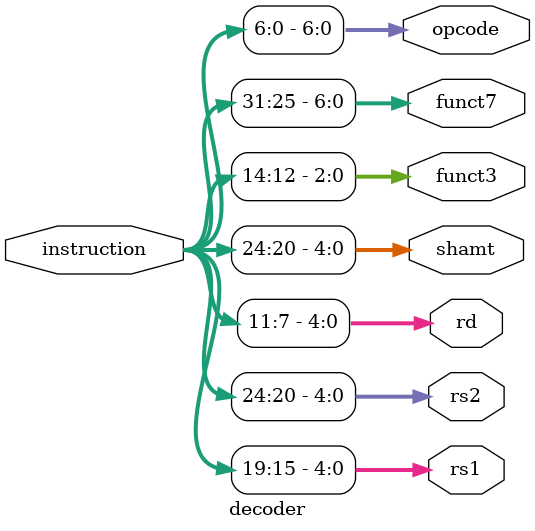
<source format=v>
`include "opcode.vh"

module decoder(
    input [31:0] instruction,
    output reg [4:0] rs1,
    output reg [4:0] rs2,
    output reg [4:0] rd,
    output reg [4:0] shamt,
    output reg [2:0] funct3,
    output reg [6:0] funct7,
    output reg [6:0] opcode
    );

    always @(*) begin

        opcode = instruction[6:0];
        rs1 = instruction[19:15];
        rs2 = instruction[24:20];
        shamt = instruction[24:20];
        rd = instruction[11:7];
        funct3 = instruction[14:12];
        funct7 = instruction[31:25];
        
    end

endmodule
</source>
